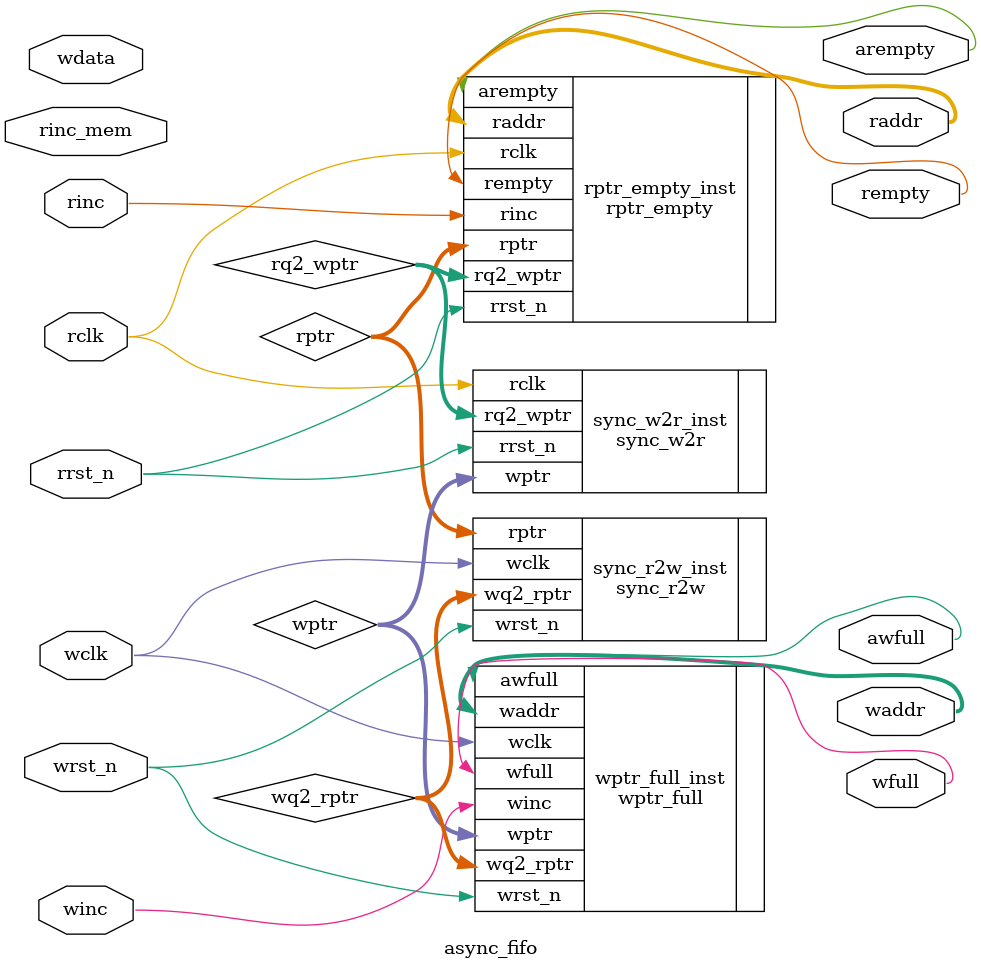
<source format=sv>


`timescale 1ns / 1ps
`default_nettype none

module async_fifo #(
    parameter int DSIZE = 8,
    parameter int ASIZE = 10,
    parameter bit FALLTHROUGH = 1,
    parameter int WATCHDOG_LIMIT = 100,  // Cycles without rinc to trigger flush
    parameter int BULK_NUMBER = 10

) (
    input  wire logic             wclk,
    input  wire logic             wrst_n,
    input  wire logic             winc,
    input  wire logic [DSIZE-1:0] wdata,
    output logic                  wfull,
    output logic                  awfull,
    input  wire logic             rclk,
    input  wire logic             rrst_n,
    input  wire logic             rinc,
    //output logic [DSIZE-1:0]      rdata,
    output logic                  rempty,
    output logic                  arempty,
    input logic rinc_mem, 
    output logic [ASIZE-1:0] waddr,
    output logic [ASIZE-1:0] raddr

);


    logic [ASIZE:0]   wptr, rptr, wq2_rptr, rq2_wptr;
    logic             winc_r;

    // Register winc into wclk domain
    always_ff @(posedge wclk or negedge wrst_n) begin
        if (!wrst_n)
            winc_r <= 1'b0;
        else
            winc_r <= winc;
    end

    // Synchronize read pointer to write domain
    sync_r2w #(ASIZE) sync_r2w_inst (
        .wq2_rptr(wq2_rptr),
        .rptr(rptr),
        .wclk(wclk),
        .wrst_n(wrst_n)
    );

    // Synchronize write pointer to read domain
    sync_w2r #(ASIZE) sync_w2r_inst (
        .rq2_wptr(rq2_wptr),
        .wptr(wptr),
        .rclk(rclk),
        .rrst_n(rrst_n)
    );

    // Write pointer and full logic
    wptr_full #(ASIZE) wptr_full_inst (
        .awfull(awfull),
        .wfull(wfull),
        .waddr(waddr),
        .wptr(wptr),
        .wq2_rptr(wq2_rptr),
        .winc(winc),
        .wclk(wclk),
        .wrst_n(wrst_n)
    );


    // Read pointer and empty logic
    rptr_empty #(ASIZE) rptr_empty_inst (
        .arempty(arempty),
        .rempty(rempty),
        .raddr(raddr),
        .rptr(rptr),
        .rq2_wptr(rq2_wptr),
        .rinc(rinc),
        .rclk(rclk),
        .rrst_n(rrst_n)
    );

endmodule

`resetall


</source>
